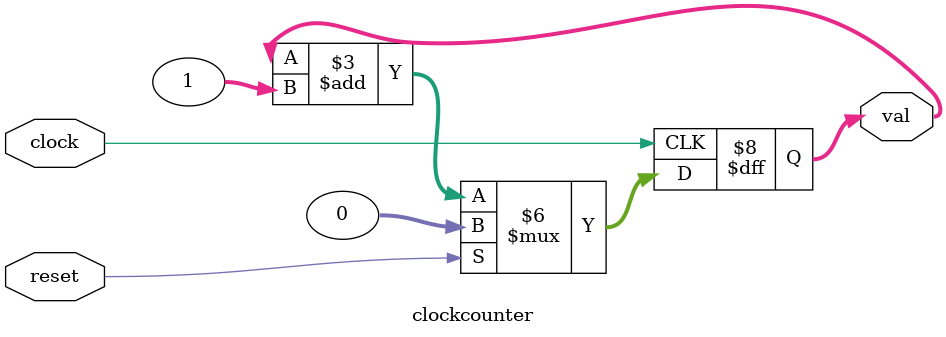
<source format=v>



module clockcounter (
	input wire clock,
	input wire reset,
	output reg [31:0] val);
	
initial begin
	val = 0;
end

always @(posedge clock) begin
	if (reset == 1) begin
		val = 0;
	end else begin
		val = val + 1;
	end
end

endmodule

</source>
